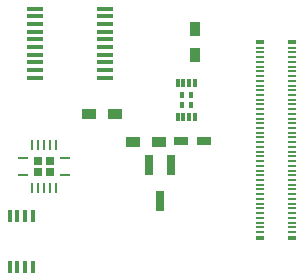
<source format=gbp>
G04 #@! TF.FileFunction,Paste,Bot*
%FSLAX46Y46*%
G04 Gerber Fmt 4.6, Leading zero omitted, Abs format (unit mm)*
G04 Created by KiCad (PCBNEW 4.0.1-stable) date Tuesday, May 31, 2016 'PMt' 08:28:30 PM*
%MOMM*%
G01*
G04 APERTURE LIST*
%ADD10C,0.100000*%
%ADD11R,0.660000X0.230000*%
%ADD12R,0.660000X0.350000*%
%ADD13R,1.200000X0.750000*%
%ADD14R,0.300000X0.750000*%
%ADD15R,0.435000X0.525000*%
%ADD16R,0.900000X1.200000*%
%ADD17R,0.800100X1.800860*%
%ADD18R,1.200000X0.900000*%
%ADD19R,1.450000X0.450000*%
%ADD20R,0.400000X1.100000*%
%ADD21O,0.890000X0.180000*%
%ADD22O,0.180000X0.890000*%
%ADD23R,0.725000X0.725000*%
G04 APERTURE END LIST*
D10*
D11*
X161005000Y-115800000D03*
X158295000Y-115800000D03*
X161005000Y-100200000D03*
X158295000Y-100200000D03*
X161005000Y-115400000D03*
X161005000Y-115000000D03*
X161005000Y-114600000D03*
X161005000Y-114200000D03*
X161005000Y-113800000D03*
X161005000Y-113400000D03*
X161005000Y-113000000D03*
X161005000Y-112600000D03*
X161005000Y-112200000D03*
X161005000Y-111800000D03*
X161005000Y-111400000D03*
X161005000Y-111000000D03*
X161005000Y-110600000D03*
X161005000Y-110200000D03*
X161005000Y-109800000D03*
X161005000Y-109400000D03*
X161005000Y-109000000D03*
X161005000Y-108600000D03*
X161005000Y-108200000D03*
X161005000Y-107800000D03*
X161005000Y-107400000D03*
X161005000Y-107000000D03*
X161005000Y-106600000D03*
X161005000Y-106200000D03*
X161005000Y-105800000D03*
X161005000Y-105400000D03*
X161005000Y-105000000D03*
X161005000Y-104600000D03*
X161005000Y-104200000D03*
X161005000Y-103800000D03*
X161005000Y-103400000D03*
X161005000Y-103000000D03*
X161005000Y-102600000D03*
X161005000Y-102200000D03*
X161005000Y-101800000D03*
X161005000Y-101400000D03*
X161005000Y-101000000D03*
X161005000Y-100600000D03*
D12*
X161005000Y-99725000D03*
X158295000Y-99725000D03*
X161005000Y-116275000D03*
X158295000Y-116275000D03*
D11*
X158295000Y-100600000D03*
X158295000Y-101000000D03*
X158295000Y-101400000D03*
X158295000Y-101800000D03*
X158295000Y-102200000D03*
X158295000Y-102600000D03*
X158295000Y-103000000D03*
X158295000Y-103400000D03*
X158295000Y-103800000D03*
X158295000Y-104200000D03*
X158295000Y-104600000D03*
X158295000Y-105000000D03*
X158295000Y-105400000D03*
X158295000Y-105800000D03*
X158295000Y-106200000D03*
X158295000Y-106600000D03*
X158295000Y-107000000D03*
X158295000Y-107400000D03*
X158295000Y-107800000D03*
X158295000Y-108200000D03*
X158295000Y-108600000D03*
X158295000Y-109000000D03*
X158295000Y-109400000D03*
X158295000Y-109800000D03*
X158295000Y-110200000D03*
X158295000Y-110600000D03*
X158295000Y-111000000D03*
X158295000Y-111400000D03*
X158295000Y-111800000D03*
X158295000Y-112200000D03*
X158295000Y-112600000D03*
X158295000Y-113000000D03*
X158295000Y-113400000D03*
X158295000Y-113800000D03*
X158295000Y-114200000D03*
X158295000Y-114600000D03*
X158295000Y-115000000D03*
X158295000Y-115400000D03*
D13*
X153575000Y-108125000D03*
X151675000Y-108125000D03*
D14*
X152850000Y-106050000D03*
X152350000Y-106050000D03*
X151850000Y-106050000D03*
X151350000Y-106050000D03*
X151350000Y-103150000D03*
X151850000Y-103150000D03*
X152350000Y-103150000D03*
X152850000Y-103150000D03*
D15*
X151737500Y-104162500D03*
X152462500Y-104162500D03*
X151737500Y-105037500D03*
X152462500Y-105037500D03*
D16*
X152850000Y-98650000D03*
X152850000Y-100850000D03*
D17*
X148900000Y-110150000D03*
X150800000Y-110150000D03*
X149850000Y-113152280D03*
D18*
X143875000Y-105775000D03*
X146075000Y-105775000D03*
D19*
X139275000Y-102750000D03*
X139275000Y-102100000D03*
X139275000Y-101450000D03*
X139275000Y-100800000D03*
X139275000Y-100150000D03*
X139275000Y-99500000D03*
X139275000Y-98850000D03*
X139275000Y-98200000D03*
X139275000Y-97550000D03*
X139275000Y-96900000D03*
X145175000Y-96900000D03*
X145175000Y-97550000D03*
X145175000Y-98200000D03*
X145175000Y-98850000D03*
X145175000Y-99500000D03*
X145175000Y-100150000D03*
X145175000Y-100800000D03*
X145175000Y-101450000D03*
X145175000Y-102100000D03*
X145175000Y-102750000D03*
D18*
X147550000Y-108150000D03*
X149750000Y-108150000D03*
D20*
X139075000Y-118750000D03*
X138425000Y-118750000D03*
X137775000Y-118750000D03*
X137125000Y-118750000D03*
X137125000Y-114450000D03*
X137775000Y-114450000D03*
X138425000Y-114450000D03*
X139075000Y-114450000D03*
D21*
X141845000Y-111000000D03*
D22*
X141050000Y-112045000D03*
X140550000Y-112045000D03*
X140050000Y-112045000D03*
X139550000Y-112045000D03*
X139050000Y-112045000D03*
D21*
X138255000Y-111000000D03*
X138255000Y-109500000D03*
D22*
X139050000Y-108455000D03*
X139550000Y-108455000D03*
X140050000Y-108455000D03*
X140550000Y-108455000D03*
X141050000Y-108455000D03*
D21*
X141845000Y-109500000D03*
D23*
X140550000Y-110750000D03*
X140550000Y-109750000D03*
X139550000Y-109750000D03*
X139550000Y-110750000D03*
M02*

</source>
